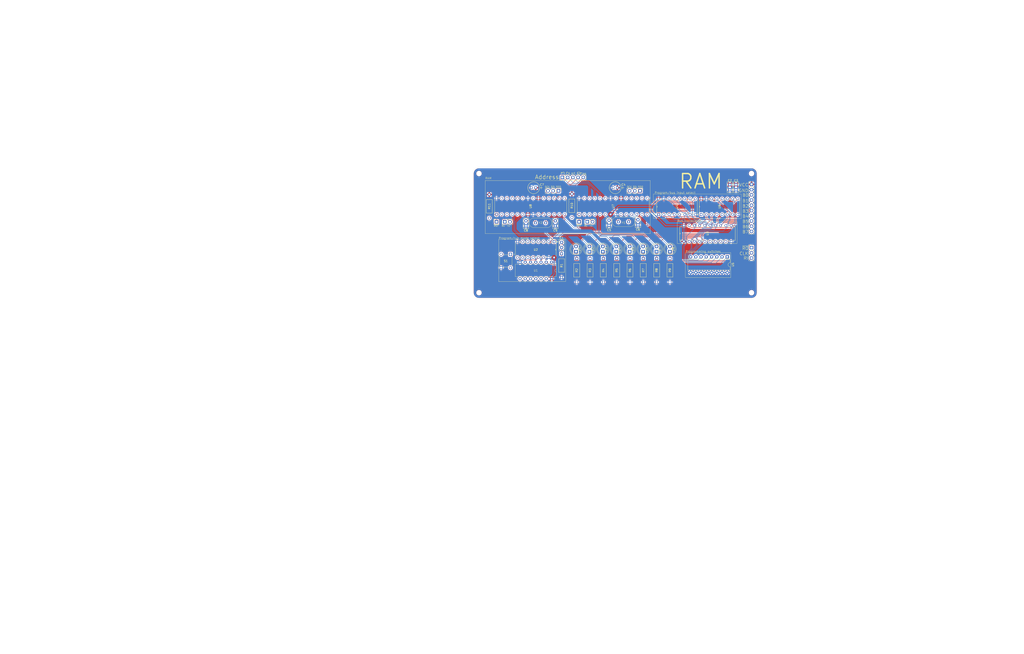
<source format=kicad_pcb>
(kicad_pcb (version 20240108) (generator "pcbnew") (generator_version "8.0")
  (layers (0 "F.Cu" signal) (31 "B.Cu" signal) (34 "B.Paste" user) (35 "F.Paste" user) (36 "B.SilkS" user "B.Silkscreen") (37 "F.SilkS" user "F.Silkscreen") (38 "B.Mask" user) (39 "F.Mask" user) (44 "Edge.Cuts" user))
  (net 0 "")
  (net 1 "/CLK")
  (net 2 "Net-(U1-1A)")
  (net 3 "+5V")
  (net 4 "GND")
  (net 5 "/AtmegaRamEmulatorA/XTAL1")
  (net 6 "/AtmegaRamEmulatorA/XTAL2")
  (net 7 "/AtmegaRamEmulatorB/XTAL1")
  (net 8 "/AtmegaRamEmulatorB/XTAL2")
  (net 9 "/Data out 7")
  (net 10 "Net-(D1-K)")
  (net 11 "/Data out 6")
  (net 12 "Net-(D2-K)")
  (net 13 "/Data out 5")
  (net 14 "Net-(D3-K)")
  (net 15 "/Data out 4")
  (net 16 "Net-(D4-K)")
  (net 17 "Net-(D5-K)")
  (net 18 "/Data out 3")
  (net 19 "Net-(D6-K)")
  (net 20 "/Data out 2")
  (net 21 "Net-(D7-K)")
  (net 22 "/Data out 1")
  (net 23 "Net-(D8-K)")
  (net 24 "/Data out 0")
  (net 25 "/AtmegaRamEmulatorA/Tx")
  (net 26 "/AtmegaRamEmulatorA/Rx")
  (net 27 "/AtmegaRamEmulatorB/Tx")
  (net 28 "/AtmegaRamEmulatorB/Rx")
  (net 29 "/A2")
  (net 30 "/A1")
  (net 31 "/A3")
  (net 32 "/A0")
  (net 33 "/~Read out")
  (net 34 "/Read in")
  (net 35 "/Program")
  (net 36 "/Bus 7")
  (net 37 "/Bus 6")
  (net 38 "/Bus 5")
  (net 39 "/Bus 3")
  (net 40 "/Bus 4")
  (net 41 "/Bus 0")
  (net 42 "/Bus 2")
  (net 43 "/Bus 1")
  (net 44 "Net-(U2-4A)")
  (net 52 "Net-(U1-1Y)")
  (net 58 "/AtmegaRamEmulatorA/~{WE}")
  (net 65 "/Prog 1")
  (net 66 "/Prog 2")
  (net 67 "/Data in 2")
  (net 68 "/Prog 3")
  (net 69 "/Data in 1")
  (net 70 "/Data in 3")
  (net 71 "/Prog 0")
  (net 72 "/Data in 0")
  (net 73 "/Prog 4")
  (net 74 "/Prog 6")
  (net 75 "/Prog 7")
  (net 76 "/Prog 5")
  (net 77 "/Data in 6")
  (net 78 "/Data in 4")
  (net 79 "/Data in 5")
  (net 80 "/Data in 7")
  (net 83 "/AtmegaRamEmulatorA/SDI")
  (net 84 "/AtmegaRamEmulatorA/SDO")
  (net 85 "/AtmegaRamEmulatorA/SCK")
  (net 86 "/AtmegaRamEmulatorB/SDO")
  (net 88 "/AtmegaRamEmulatorB/SDI")
  (net 90 "/AtmegaRamEmulatorB/SCK")
  (net 91 "/AtmegaRamEmulatorA/RST")
  (net 92 "/AtmegaRamEmulatorB/RST")
  (footprint "_DownloadFootprints:tactile_switch" (layer "F.Cu") (at 134 83.5 -90)
    (property "Reference" "S1")
    (property "Value" "B3U-1000P")
  )
  (footprint "Capacitor_THT:C_Disc_D5.0mm_W2.5mm_P2.50mm" (layer "F.Cu") (at 242.5 46.5 -90)
    (property "Reference" "C2")
    (property "Value" "0.1uF")
  )
  (footprint "8BitCPUFootprints:4x_and" (layer "F.Cu") (at 148.5 88.1 -90)
    (property "Reference" "U1")
    (property "Value" "~")
  )
  (footprint "_DownloadFootprints:2_to_1_selector" (layer "F.Cu") (at 246.39 53.38 90)
    (property "Reference" "U6")
    (property "Value" "CD74HCT258E")
  )
  (footprint "Connector_PinHeader_2.54mm:PinHeader_1x01_P2.54mm_Vertical" (layer "F.Cu") (at 129.5 64.5)
    (property "Reference" "J4" (hide yes))
    (property "Value" "Conn_01x01_Pin")
  )
  (footprint "Connector_PinHeader_2.54mm:PinHeader_1x02_P2.54mm_Vertical" (layer "F.Cu") (at 173.46 64.5 90)
    (property "Reference" "J1" (hide yes))
    (property "Value" "Conn_01x02_Pin")
  )
  (footprint "MountingHole:MountingHole_2.2mm_M2" (layer "F.Cu") (at 253 98.87868 -90)
    (property "Reference" "REF**" (hide yes))
    (property "Value" "MountingHole_2.2mm_M2")
  )
  (footprint "Capacitor_THT:C_Disc_D5.0mm_W2.5mm_P2.50mm" (layer "F.Cu") (at 184 63.75 -90)
    (property "Reference" "C5")
    (property "Value" "22pF")
  )
  (footprint "_DownloadFootprints:CF_series_Resistors_THT" (layer "F.Cu") (at 126 51.285 -90)
    (property "Reference" "R11")
    (property "Value" "10k")
  )
  (footprint "_DownloadFootprints:DIP787W46P254L3467H508Q28" (layer "F.Cu") (at 186 57 90)
    (property "Reference" "U7")
    (property "Value" "ATMEGA328-PU")
  )
  (footprint "MountingHole:MountingHole_2.2mm_M2" (layer "F.Cu") (at 121.000001 41.121321 90)
    (property "Reference" "REF**" (hide yes))
    (property "Value" "MountingHole_2.2mm_M2")
  )
  (footprint "_DownloadFootprints:CF_series_Resistors_THT" (layer "F.Cu") (at 161 80 -90)
    (property "Reference" "R1")
    (property "Value" "1k")
  )
  (footprint "Connector_PinHeader_2.54mm:PinHeader_1x03_P2.54mm_Vertical" (layer "F.Cu") (at 253 77)
    (property "Reference" "J8" (hide yes))
    (property "Value" "Conn_01x03_Pin")
  )
  (footprint "Capacitor_THT:C_Disc_D5.0mm_W2.5mm_P2.50mm" (layer "F.Cu") (at 158 66.5 90)
    (property "Reference" "C9")
    (property "Value" "22pF")
  )
  (footprint "Connector_PinHeader_2.54mm:PinHeader_1x01_P2.54mm_Vertical" (layer "F.Cu") (at 169.5 64.5)
    (property "Reference" "J2" (hide yes))
    (property "Value" "Conn_01x01_Pin")
  )
  (footprint "_DownloadFootprints:CF_series_Resistors_THT" (layer "F.Cu") (at 187.7 82.31 -90)
    (property "Reference" "R5")
    (property "Value" "220")
  )
  (footprint "_DownloadFootprints:CF_series_Resistors_THT" (layer "F.Cu") (at 194.15 82.31 -90)
    (property "Reference" "R6")
    (property "Value" "220")
  )
  (footprint "_DownloadFootprints:CF_series_Resistors_THT" (layer "F.Cu") (at 207.05 82.31 -90)
    (property "Reference" "R8")
    (property "Value" "220")
  )
  (footprint "Capacitor_THT:C_Disc_D5.0mm_W2.5mm_P2.50mm" (layer "F.Cu") (at 161 74.5 -90)
    (property "Reference" "C1")
    (property "Value" "0.01uF")
  )
  (footprint "Capacitor_THT:C_Disc_D5.0mm_W2.5mm_P2.50mm" (layer "F.Cu") (at 143.75 64 -90)
    (property "Reference" "C8")
    (property "Value" "22pF")
  )
  (footprint "_DownloadFootprints:2_to_1_selector" (layer "F.Cu") (at 225.78 53.38 90)
    (property "Reference" "U4")
    (property "Value" "CD74HCT258E")
  )
  (footprint "_DownloadFootprints:CF_series_Resistors_THT" (layer "F.Cu") (at 168.35 82.31 -90)
    (property "Reference" "R2")
    (property "Value" "220")
  )
  (footprint "Connector_PinHeader_2.54mm:PinHeader_1x10_P2.54mm_Vertical" (layer "F.Cu") (at 253 46.34)
    (property "Reference" "J9" (hide yes))
    (property "Value" "Conn_01x10_Pin")
  )
  (footprint "LED_THT:LED_D5.0mm" (layer "F.Cu") (at 174.5 79 90)
    (property "Reference" "D2")
    (property "Value" "LED")
  )
  (footprint "_DownloadFootprints:Cp_2mm_pin_spacing" (layer "F.Cu") (at 188 48 180)
    (property "Reference" "C4")
    (property "Value" "0.1uF")
  )
  (footprint "_DownloadFootprints:CF_series_Resistors_THT" (layer "F.Cu") (at 181.25 82.31 -90)
    (property "Reference" "R4")
    (property "Value" "220")
  )
  (footprint "8BitCPUFootprints:16MHzCrystalOscillator" (layer "F.Cu") (at 150.81 65 180)
    (property "Reference" "Y2")
    (property "Value" "16MHz")
  )
  (footprint "Capacitor_THT:C_Disc_D5.0mm_W2.5mm_P2.50mm" (layer "F.Cu") (at 245.5 46.5 -90)
    (property "Reference" "C3")
    (property "Value" "0.1uF")
  )
  (footprint "_DownloadFootprints:CF_series_Resistors_THT" (layer "F.Cu") (at 174.8 82.31 -90)
    (property "Reference" "R3")
    (property "Value" "220")
  )
  (footprint "LED_THT:LED_D5.0mm" (layer "F.Cu") (at 200.5 79 90)
    (property "Reference" "D6")
    (property "Value" "LED")
  )
  (footprint "_DownloadFootprints:2_to_1_selector" (layer "F.Cu") (at 139.61 81.81 -90)
    (property "Reference" "U2")
    (property "Value" "CD74HCT258E")
  )
  (footprint "_DownloadFootprints:CF_series_Resistors_THT" (layer "F.Cu") (at 166 51 -90)
    (property "Reference" "R10")
    (property "Value" "10k")
  )
  (footprint "Capacitor_THT:C_Disc_D5.0mm_W2.5mm_P2.50mm" (layer "F.Cu") (at 198 66 90)
    (property "Reference" "C6")
    (property "Value" "22pF")
  )
  (footprint "LED_THT:LED_D5.0mm" (layer "F.Cu") (at 213.5 79 90)
    (property "Reference" "D8")
    (property "Value" "LED")
  )
  (footprint "MountingHole:MountingHole_2.2mm_M2" (layer "F.Cu") (at 253 41.12132)
    (property "Reference" "REF**" (hide yes))
    (property "Value" "MountingHole_2.2mm_M2")
  )
  (footprint "_DownloadFootprints:DIP787W46P254L3467H508Q28" (layer "F.Cu") (at 146 57 90)
    (property "Reference" "U8")
    (property "Value" "ATMEGA328-PU")
  )
  (footprint "_DownloadFootprints:CF_series_Resistors_THT" (layer "F.Cu") (at 200.6 82.31 -90)
    (property "Reference" "R7")
    (property "Value" "220")
  )
  (footprint "8BitCPUFootprints:16MHzCrystalOscillator" (layer "F.Cu") (at 191 64.5 180)
    (property "Reference" "Y1")
    (property "Value" "16MHz")
  )
  (footprint "_DownloadFootprints:CF_series_Resistors_THT" (layer "F.Cu") (at 213.5 82.31 -90)
    (property "Reference" "R9")
    (property "Value" "220")
  )
  (footprint "LED_THT:LED_D5.0mm" (layer "F.Cu") (at 194 79 90)
    (property "Reference" "D5")
    (property "Value" "LED")
  )
  (footprint "_DownloadFootprints:Cp_2mm_pin_spacing" (layer "F.Cu") (at 148.5 48 180)
    (property "Reference" "C7")
    (property "Value" "0.1uF")
  )
  (footprint "MountingHole:MountingHole_2.2mm_M2" (layer "F.Cu") (at 121 98.87868 180)
    (property "Reference" "REF**" (hide yes))
    (property "Value" "MountingHole_2.2mm_M2")
  )
  (footprint "LED_THT:LED_D5.0mm" (layer "F.Cu") (at 187.5 79 90)
    (property "Reference" "D4")
    (property "Value" "LED")
  )
  (footprint "Package_DIP:DIP-16_W7.62mm" (layer "F.Cu") (at 241.28 81.5 -90)
    (property "Reference" "U5")
    (property "Value" "~")
  )
  (footprint "Connector_PinHeader_2.54mm:PinHeader_1x05_P2.54mm_Vertical" (layer "F.Cu") (at 161.38 43 90)
    (property "Reference" "J5" (hide yes))
    (property "Value" "Conn_01x05_Pin")
  )
  (footprint "LED_THT:LED_D5.0mm" (layer "F.Cu") (at 181 79 90)
    (property "Reference" "D3")
    (property "Value" "LED")
  )
  (footprint "Connector_PinHeader_2.54mm:PinHeader_1x03_P2.54mm_Vertical" (layer "F.Cu") (at 159.5 49.5 -90)
    (property "Reference" "J7" (hide yes))
    (property "Value" "Conn_01x03_Pin")
  )
  (footprint "LED_THT:LED_D5.0mm" (layer "F.Cu") (at 168 79 90)
    (property "Reference" "D1")
    (property "Value" "LED")
  )
  (footprint "_DownloadFootprints:8x_tristate_transceiver" (layer "F.Cu") (at 243.12 66.38 90)
    (property "Reference" "U3")
    (property "Value" "SN74HCT245N")
  )
  (footprint "Connector_PinHeader_2.54mm:PinHeader_1x03_P2.54mm_Vertical" (layer "F.Cu") (at 199 49.5 -90)
    (property "Reference" "J6" (hide yes))
    (property "Value" "Conn_01x03_Pin")
  )
  (footprint "LED_THT:LED_D5.0mm" (layer "F.Cu") (at 207 79 90)
    (property "Reference" "D7")
    (property "Value" "LED")
  )
  (footprint "Connector_PinHeader_2.54mm:PinHeader_1x02_P2.54mm_Vertical" (layer "F.Cu") (at 133.5 64.5 90)
    (property "Reference" "J3" (hide yes))
    (property "Value" "Conn_01x02_Pin")
  )
  (gr_rect (start 130.5 73) (end 163 93.5) (stroke (width 0.1)) (fill none) (layer "F.SilkS"))
  (gr_rect (start 217 64.5) (end 246 75) (stroke (width 0.1)) (fill none) (layer "F.SilkS"))
  (gr_rect (start 124 44.5) (end 204 70.25) (stroke (width 0.1)) (fill none) (layer "F.SilkS"))
  (gr_rect (start 221 79.5) (end 243 91.5) (stroke (width 0.1)) (fill none) (layer "F.SilkS"))
  (gr_rect (start 205.5 51) (end 248 63) (stroke (width 0.1)) (fill none) (layer "F.SilkS"))
  (gr_arc (start 121 101.87868) (mid 118.87868 101) (end 118 98.87868) (stroke (width 0.05)) (layer "Edge.Cuts"))
  (gr_arc (start 256 98.87868) (mid 255.12132 101) (end 253 101.87868) (stroke (width 0.05)) (layer "Edge.Cuts"))
  (gr_line (start 256 41.12132) (end 256 98.87868) (stroke (width 0.05)) (layer "Edge.Cuts"))
  (gr_line (start 121 38.12132) (end 253 38.12132) (stroke (width 0.05)) (layer "Edge.Cuts"))
  (gr_arc (start 253 38.12132) (mid 255.12132 39) (end 256 41.12132) (stroke (width 0.05)) (layer "Edge.Cuts"))
  (gr_arc (start 118 41.12132) (mid 118.87868 39) (end 121 38.12132) (stroke (width 0.05)) (layer "Edge.Cuts"))
  (gr_line (start 118 41.12132) (end 118 98.87868) (stroke (width 0.05)) (layer "Edge.Cuts"))
  (gr_line (start 253 101.87868) (end 121 101.87868) (stroke (width 0.05)) (layer "Edge.Cuts"))
  (gr_text "SCK" (at 192.59 48 0) (layer "F.SilkS") (effects (font (size 0.8 0.8) (thickness 0.1)) (justify left bottom)))
  (gr_text "RAM" (at 124 44 0) (layer "F.SilkS") (effects (font (size 1 1) (thickness 0.1)) (justify left bottom)))
  (gr_text "SDI" (at 155.73 48 0) (layer "F.SilkS") (effects (font (size 0.8 0.8) (thickness 0.1)) (justify left bottom)))
  (gr_text "B5" (at 248.5 65.25 0) (layer "F.SilkS") (effects (font (size 1.5 1.5)) (justify left bottom)))
  (gr_text "Rx" (at 133.5 67 0) (layer "F.SilkS") (effects (font (size 0.8 0.8) (thickness 0.1)) (justify right bottom)))
  (gr_text "GND" (at 246.75 50.25 0) (layer "F.SilkS") (effects (font (size 1.5 1.5)) (justify left bottom)))
  (gr_text "SCK" (at 152.82 48 0) (layer "F.SilkS") (effects (font (size 0.8 0.8) (thickness 0.1)) (justify left bottom)))
  (gr_text "1" (at 167.5 41.67 90) (layer "F.SilkS") (effects (font (size 1.5 1.5)) (justify left bottom)))
  (gr_text "B2" (at 248.5 57.75 0) (layer "F.SilkS") (effects (font (size 1.5 1.5)) (justify left bottom)))
  (gr_text "CLK" (at 251.5 79 0) (layer "F.SilkS") (effects (font (size 1.5 1.5)) (justify right top)))
  (gr_text "VCC" (at 247 47.5 0) (layer "F.SilkS") (effects (font (size 1.5 1.5)) (justify left bottom)))
  (gr_text "Address" (at 148 44 0) (layer "F.SilkS") (effects (font (size 2 2) (thickness 0.2)) (justify left bottom)))
  (gr_text "B4" (at 248.5 62.75 0) (layer "F.SilkS") (effects (font (size 1.5 1.5)) (justify left bottom)))
  (gr_text "2" (at 165 41.67 90) (layer "F.SilkS") (effects (font (size 1.5 1.5)) (justify left bottom)))
  (gr_text "B0" (at 248.5 52.5 0) (layer "F.SilkS") (effects (font (size 1.5 1.5)) (justify left bottom)))
  (gr_text "Rx" (at 173.5 67 0) (layer "F.SilkS") (effects (font (size 0.8 0.8) (thickness 0.1)) (justify right bottom)))
  (gr_text "B6" (at 248.5 67.75 0) (layer "F.SilkS") (effects (font (size 1.5 1.5)) (justify left bottom)))
  (gr_text "B7" (at 248.5 70.25 0) (layer "F.SilkS") (effects (font (size 1.5 1.5)) (justify left bottom)))
  (gr_text "RST" (at 170.5 67 0) (layer "F.SilkS") (effects (font (size 0.8 0.8) (thickness 0.1)) (justify right bottom)))
  (gr_text "Program/bus input select" (at 206 51 0) (layer "F.SilkS") (effects (font (size 1 1) (thickness 0.1)) (justify left bottom)))
  (gr_text "Bus transciever" (at 217 64.5 0) (layer "F.SilkS") (effects (font (size 1 1) (thickness 0.1)) (justify left bottom)))
  (gr_text "RST" (at 130.5 67 0) (layer "F.SilkS") (effects (font (size 0.8 0.8) (thickness 0.1)) (justify right bottom)))
  (gr_text "RAM" (at 217.5 49 0) (layer "F.SilkS") (effects (font (size 7 7) (thickness 0.7)) (justify left bottom)))
  (gr_text "0" (at 170.25 41.67 90) (layer "F.SilkS") (effects (font (size 1.5 1.5)) (justify left bottom)))
  (gr_text "Prog" (at 173 41.5 0) (layer "F.SilkS") (effects (font (size 0.8 0.8) (thickness 0.1)) (justify right bottom)))
  (gr_text "SDI" (at 195.5 48 0) (layer "F.SilkS") (effects (font (size 0.8 0.8) (thickness 0.1)) (justify left bottom)))
  (gr_text "Tx" (at 176 67 0) (layer "F.SilkS") (effects (font (size 0.8 0.8) (thickness 0.1)) (justify right bottom)))
  (gr_text "SDO" (at 158.23 48 0) (layer "F.SilkS") (effects (font (size 0.8 0.8) (thickness 0.1)) (justify left bottom)))
  (gr_text "B1" (at 248.5 55.25 0) (layer "F.SilkS") (effects (font (size 1.5 1.5)) (justify left bottom)))
  (gr_text "Tx" (at 136 67 0) (layer "F.SilkS") (effects (font (size 0.8 0.8) (thickness 0.1)) (justify right bottom)))
  (gr_text "B3" (at 248.5 60.25 0) (layer "F.SilkS") (effects (font (size 1.5 1.5)) (justify left bottom)))
  (gr_text "Program/run mode select" (at 130.5 73 0) (layer "F.SilkS") (effects (font (size 1 1) (thickness 0.1)) (justify left bottom)))
  (gr_text "RI" (at 251.5 83 0) (layer "F.SilkS") (effects (font (size 1.5 1.5) (thickness 0.15) (bold yes)) (justify right bottom)))
  (gr_text "SDO" (at 198 48 0) (layer "F.SilkS") (effects (font (size 0.8 0.8) (thickness 0.1)) (justify left bottom)))
  (gr_text "Programming switches" (at 221 79.5 0) (layer "F.SilkS") (effects (font (size 1 1) (thickness 0.1)) (justify left bottom)))
  (gr_text "3" (at 162.5 41.67 90) (layer "F.SilkS") (effects (font (size 1.5 1.5)) (justify left bottom)))
  (gr_text "~{RO}" (at 251.67 78.27 0) (layer "F.SilkS") (effects (font (size 1.5 1.5)) (justify right bottom)))
  (segment (start 242.6915 83.3085) (end 245.5 80.5) (width 0.2) (layer "F.Cu") (net 1))
  (segment (start 167.3515 83.3085) (end 242.6915 83.3085) (width 0.2) (layer "F.Cu") (net 1))
  (segment (start 162.5 76.5) (end 162.5 78.457) (width 0.2) (layer "F.Cu") (net 1))
  (segment (start 252.04 80.5) (end 253 79.54) (width 0.2) (layer "F.Cu") (net 1))
  (segment (start 161 75) (end 162.5 76.5) (width 0.2) (layer "F.Cu") (net 1))
  (segment (start 162.5 78.457) (end 167.3515 83.3085) (width 0.2) (layer "F.Cu") (net 1))
  (segment (start 245.5 80.5) (end 252.04 80.5) (width 0.2) (layer "F.Cu") (net 1))
  (segment (start 161 81.5) (end 161 80) (width 0.2) (layer "F.Cu") (net 2))
  (segment (start 156.12 84.1) (end 156.12 84.75) (width 0.2) (layer "F.Cu") (net 2))
  (segment (start 158.4 84.1) (end 161 81.5) (width 0.2) (layer "F.Cu") (net 2))
  (segment (start 156.12 84.1) (end 158.4 84.1) (width 0.2) (layer "F.Cu") (net 2))
  (segment (start 161 80) (end 161 77) (width 0.2) (layer "F.Cu") (net 2))
  (segment (start 211.38 66.38) (end 204.38 59.38) (width 0.5) (layer "B.Cu") (net 3))
  (segment (start 204.38 59.38) (end 204.38 57) (width 0.5) (layer "B.Cu") (net 3))
  (segment (start 157.39 89.98) (end 156.12 91.25) (width 0.5) (layer "B.Cu") (net 3))
  (segment (start 220.26 66.38) (end 211.38 66.38) (width 0.5) (layer "B.Cu") (net 3))
  (segment (start 188.667 57) (end 204.38 57) (width 0.5) (layer "B.Cu") (net 3))
  (segment (start 220.26 66.38) (end 220.26 74) (width 0.5) (layer "B.Cu") (net 3))
  (segment (start 184.73 60.937) (end 188.667 57) (width 0.5) (layer "B.Cu") (net 3))
  (segment (start 204.38 57) (end 208 53.38) (width 0.5) (layer "B.Cu") (net 3))
  (segment (start 157.39 81.81) (end 157.39 89.98) (width 0.5) (layer "B.Cu") (net 3))
  (segment (start 188.56 62.187) (end 189.81 60.937) (width 0.2) (layer "F.Cu") (net 5))
  (segment (start 187.81 63.75) (end 188.56 64.5) (width 0.2) (layer "F.Cu") (net 5))
  (segment (start 188.56 64.5) (end 188.56 62.187) (width 0.2) (layer "F.Cu") (net 5))
  (segment (start 184 63.75) (end 187.81 63.75) (width 0.2) (layer "F.Cu") (net 5))
  (segment (start 193.44 62.027) (end 193.44 64.5) (width 0.2) (layer "F.Cu") (net 6))
  (segment (start 194.44 63.5) (end 193.44 64.5) (width 0.2) (layer "F.Cu") (net 6))
  (segment (start 198 63.5) (end 194.44 63.5) (width 0.2) (layer "F.Cu") (net 6))
  (segment (start 192.35 60.937) (end 193.44 62.027) (width 0.2) (layer "F.Cu") (net 6))
  (segment (start 148.37 62.377) (end 149.81 60.937) (width 0.2) (layer "F.Cu") (net 7))
  (segment (start 148.37 65) (end 148.37 62.377) (width 0.2) (layer "F.Cu") (net 7))
  (segment (start 143.75 64) (end 147.37 64) (width 0.2) (layer "F.Cu") (net 7))
  (segment (start 147.37 64) (end 148.37 65) (width 0.2) (layer "F.Cu") (net 7))
  (segment (start 154.25 64) (end 153.25 65) (width 0.2) (layer "F.Cu") (net 8))
  (segment (start 153.25 65) (end 153.25 61.837) (width 0.2) (layer "F.Cu") (net 8))
  (segment (start 158 64) (end 154.25 64) (width 0.2) (layer "F.Cu") (net 8))
  (segment (start 153.25 61.837) (end 152.35 60.937) (width 0.2) (layer "F.Cu") (net 8))
  (segment (start 236.78 70.2) (end 240.58 74) (width 0.2) (layer "F.Cu") (net 9))
  (segment (start 168.04 76.46) (end 174.3 70.2) (width 0.2) (layer "F.Cu") (net 9))
  (segment (start 174.3 70.2) (end 236.78 70.2) (width 0.2) (layer "F.Cu") (net 9))
  (segment (start 168 76.46) (end 168.04 76.46) (width 0.2) (layer "F.Cu") (net 9))
  (segment (start 168 76.42) (end 162.88 71.3) (width 0.2) (layer "B.Cu") (net 9))
  (segment (start 140.3 71.3) (end 137.735 68.735) (width 0.2) (layer "B.Cu") (net 9))
  (segment (start 137.735 68.735) (end 137.735 61.562) (width 0.2) (layer "B.Cu") (net 9))
  (segment (start 137.735 61.562) (end 137.11 60.937) (width 0.2) (layer "B.Cu") (net 9))
  (segment (start 168 76.46) (end 168 76.42) (width 0.2) (layer "B.Cu") (net 9))
  (segment (start 162.88 71.3) (end 140.3 71.3) (width 0.2) (layer "B.Cu") (net 9))
  (segment (start 168.35 79.31) (end 168.35 82.31) (width 0.2) (layer "F.Cu") (net 10))
  (segment (start 174.5 76.46) (end 174.54 76.46) (width 0.2) (layer "F.Cu") (net 11))
  (segment (start 234.64 70.6) (end 238.04 74) (width 0.2) (layer "F.Cu") (net 11))
  (segment (start 180.4 70.6) (end 234.64 70.6) (width 0.2) (layer "F.Cu") (net 11))
  (segment (start 174.54 76.46) (end 180.4 70.6) (width 0.2) (layer "F.Cu") (net 11))
  (segment (start 140.465686 70.9) (end 168.93 70.9) (width 0.2) (layer "B.Cu") (net 11))
  (segment (start 138.135 62.452) (end 138.135 68.569314) (width 0.2) (layer "B.Cu") (net 11))
  (segment (start 139.65 60.937) (end 138.135 62.452) (width 0.2) (layer "B.Cu") (net 11))
  (segment (start 168.93 70.9) (end 174.49 76.46) (width 0.2) (layer "B.Cu") (net 11))
  (segment (start 138.135 68.569314) (end 140.465686 70.9) (width 0.2) (layer "B.Cu") (net 11))
  (segment (start 174.49 76.46) (end 174.5 76.46) (width 0.2) (layer "B.Cu") (net 11))
  (segment (start 174.8 79.31) (end 174.8 82.31) (width 0.2) (layer "F.Cu") (net 12))
  (segment (start 232.5 71) (end 235.5 74) (width 0.2) (layer "F.Cu") (net 13))
  (segment (start 181.04 76.46) (end 186.5 71) (width 0.2) (layer "F.Cu") (net 13))
  (segment (start 186.5 71) (end 232.5 71) (width 0.2) (layer "F.Cu") (net 13))
  (segment (start 181 76.46) (end 181.04 76.46) (width 0.2) (layer "F.Cu") (net 13))
  (segment (start 138.535 68.403628) (end 140.631372 70.5) (width 0.2) (layer "B.Cu") (net 13))
  (segment (start 174.98 70.5) (end 180.94 76.46) (width 0.2) (layer "B.Cu") (net 13))
  (segment (start 180.94 76.46) (end 181 76.46) (width 0.2) (layer "B.Cu") (net 13))
  (segment (start 142.19 60.937) (end 138.535 64.592) (width 0.2) (layer "B.Cu") (net 13))
  (segment (start 140.631372 70.5) (end 174.98 70.5) (width 0.2) (layer "B.Cu") (net 13))
  (segment (start 138.535 64.592) (end 138.535 68.403628) (width 0.2) (layer "B.Cu") (net 13))
  (segment (start 181.25 79.31) (end 181.25 82.31) (width 0.2) (layer "F.Cu") (net 14))
  (segment (start 230.36 71.4) (end 232.96 74) (width 0.2) (layer "F.Cu") (net 15))
  (segment (start 187.54 76.46) (end 192.6 71.4) (width 0.2) (layer "F.Cu") (net 15))
  (segment (start 192.6 71.4) (end 230.36 71.4) (width 0.2) (layer "F.Cu") (net 15))
  (segment (start 187.5 76.46) (end 187.54 76.46) (width 0.2) (layer "F.Cu") (net 15))
  (segment (start 182.74 71.7) (end 180.002942 71.7) (width 0.2) (layer "B.Cu") (net 15))
  (segment (start 167 67.5) (end 161.362 61.862) (width 0.2) (layer "B.Cu") (net 15))
  (segment (start 161.362 61.862) (end 155.815 61.862) (width 0.2) (layer "B.Cu") (net 15))
  (segment (start 155.815 61.862) (end 154.89 60.937) (width 0.2) (layer "B.Cu") (net 15))
  (segment (start 187.5 76.46) (end 182.74 71.7) (width 0.2) (layer "B.Cu") (net 15))
  (segment (start 180.002942 71.7) (end 175.802942 67.5) (width 0.2) (layer "B.Cu") (net 15))
  (segment (start 175.802942 67.5) (end 167 67.5) (width 0.2) (layer "B.Cu") (net 15))
  (segment (start 187.7 79.31) (end 187.7 82.31) (width 0.2) (layer "F.Cu") (net 16))
  (segment (start 194.15 79.31) (end 194.15 82.31) (width 0.2) (layer "F.Cu") (net 17))
  (segment (start 194 76) (end 198.2 71.8) (width 0.2) (layer "F.Cu") (net 18))
  (segment (start 228.22 71.8) (end 230.42 74) (width 0.2) (layer "F.Cu") (net 18))
  (segment (start 198.2 71.8) (end 228.22 71.8) (width 0.2) (layer "F.Cu") (net 18))
  (segment (start 194 76.46) (end 194 76) (width 0.2) (layer "F.Cu") (net 18))
  (segment (start 178.7 69.831372) (end 178.7 62.527) (width 0.2) (layer "B.Cu") (net 18))
  (segment (start 194 76.46) (end 188.84 71.3) (width 0.2) (layer "B.Cu") (net 18))
  (segment (start 188.84 71.3) (end 180.168628 71.3) (width 0.2) (layer "B.Cu") (net 18))
  (segment (start 178.7 62.527) (end 177.11 60.937) (width 0.2) (layer "B.Cu") (net 18))
  (segment (start 180.168628 71.3) (end 178.7 69.831372) (width 0.2) (layer "B.Cu") (net 18))
  (segment (start 200.6 79.31) (end 200.6 82.31) (width 0.2) (layer "F.Cu") (net 19))
  (segment (start 200.5 76.46) (end 200.54 76.46) (width 0.2) (layer "F.Cu") (net 20))
  (segment (start 204.8 72.2) (end 226.08 72.2) (width 0.2) (layer "F.Cu") (net 20))
  (segment (start 226.08 72.2) (end 227.88 74) (width 0.2) (layer "F.Cu") (net 20))
  (segment (start 200.54 76.46) (end 204.8 72.2) (width 0.2) (layer "F.Cu") (net 20))
  (segment (start 179.1 69.665686) (end 180.334314 70.9) (width 0.2) (layer "B.Cu") (net 20))
  (segment (start 179.1 61.487) (end 179.1 69.665686) (width 0.2) (layer "B.Cu") (net 20))
  (segment (start 179.65 60.937) (end 179.1 61.487) (width 0.2) (layer "B.Cu") (net 20))
  (segment (start 194.94 70.9) (end 200.5 76.46) (width 0.2) (layer "B.Cu") (net 20))
  (segment (start 180.334314 70.9) (end 194.94 70.9) (width 0.2) (layer "B.Cu") (net 20))
  (segment (start 207.05 79.31) (end 207.05 82.31) (width 0.2) (layer "F.Cu") (net 21))
  (segment (start 207 76.46) (end 207 76) (width 0.2) (layer "F.Cu") (net 22))
  (segment (start 207 76) (end 210.4 72.6) (width 0.2) (layer "F.Cu") (net 22))
  (segment (start 210.4 72.6) (end 223.94 72.6) (width 0.2) (layer "F.Cu") (net 22))
  (segment (start 223.94 72.6) (end 225.34 74) (width 0.2) (layer "F.Cu") (net 22))
  (segment (start 179.5 63.627) (end 179.5 69.5) (width 0.2) (layer "B.Cu") (net 22))
  (segment (start 180.5 70.5) (end 200.78 70.5) (width 0.2) (layer "B.Cu") (net 22))
  (segment (start 179.5 69.5) (end 180.5 70.5) (width 0.2) (layer "B.Cu") (net 22))
  (segment (start 182.19 60.937) (end 179.5 63.627) (width 0.2) (layer "B.Cu") (net 22))
  (segment (start 206.74 76.46) (end 207 76.46) (width 0.2) (layer "B.Cu") (net 22))
  (segment (start 200.78 70.5) (end 206.74 76.46) (width 0.2) (layer "B.Cu") (net 22))
  (segment (start 213.5 79) (end 213.5 82.31) (width 0.2) (layer "F.Cu") (net 23))
  (segment (start 221.8 73) (end 222.8 74) (width 0.2) (layer "F.Cu") (net 24))
  (segment (start 213.5 76) (end 216.5 73) (width 0.2) (layer "F.Cu") (net 24))
  (segment (start 216.5 73) (end 221.8 73) (width 0.2) (layer "F.Cu") (net 24))
  (segment (start 213.5 76.46) (end 213.5 76) (width 0.2) (layer "F.Cu") (net 24))
  (segment (start 198.592 61.862) (end 195.815 61.862) (width 0.2) (layer "B.Cu") (net 24))
  (segment (start 195.815 61.862) (end 194.89 60.937) (width 0.2) (layer "B.Cu") (net 24))
  (segment (start 213.19 76.46) (end 198.592 61.862) (width 0.2) (layer "B.Cu") (net 24))
  (segment (start 213.5 76.46) (end 213.19 76.46) (width 0.2) (layer "B.Cu") (net 24))
  (segment (start 174.57 63.07) (end 176 64.5) (width 0.2) (layer "F.Cu") (net 25))
  (segment (start 174.57 60.937) (end 174.57 63.07) (width 0.2) (layer "F.Cu") (net 25))
  (segment (start 172.03 63.07) (end 173.46 64.5) (width 0.2) (layer "F.Cu") (net 26))
  (segment (start 172.03 60.937) (end 172.03 63.07) (width 0.2) (layer "F.Cu") (net 26))
  (segment (start 134.57 60.937) (end 134.57 63.03) (width 0.2) (layer "F.Cu") (net 27))
  (segment (start 134.57 63.03) (end 136.04 64.5) (width 0.2) (layer "F.Cu") (net 27))
  (segment (start 132.03 60.937) (end 132.03 63.03) (width 0.2) (layer "F.Cu") (net 28))
  (segment (start 132.03 63.03) (end 133.5 64.5) (width 0.2) (layer "F.Cu") (net 28))
  (segment (start 137.11 53.063) (end 137.11 51.088686) (width 0.2) (layer "F.Cu") (net 29))
  (segment (start 137.11 51.088686) (end 142.598686 45.6) (width 0.2) (layer "F.Cu") (net 29))
  (segment (start 161.4 45.6) (end 160 45.6) (width 0.2) (layer "F.Cu") (net 29))
  (segment (start 164 43) (end 161.4 45.6) (width 0.2) (layer "F.Cu") (net 29))
  (segment (start 142.598686 45.6) (end 160 45.6) (width 0.2) (layer "F.Cu") (net 29))
  (segment (start 166.8 45.8) (end 167 45.8) (width 0.2) (layer "B.Cu") (net 29))
  (segment (start 164 43) (end 166.8 45.8) (width 0.2) (layer "B.Cu") (net 29))
  (segment (start 177.11 53.063) (end 177.11 49.114372) (width 0.2) (layer "B.Cu") (net 29))
  (segment (start 173.795628 45.8) (end 167 45.8) (width 0.2) (layer "B.Cu") (net 29))
  (segment (start 177.11 49.114372) (end 173.795628 45.8) (width 0.2) (layer "B.Cu") (net 29))
  (segment (start 142.764372 46) (end 163 46) (width 0.2) (layer "F.Cu") (net 30))
  (segment (start 163.54 46) (end 163 46) (width 0.2) (layer "F.Cu") (net 30))
  (segment (start 139.65 53.063) (end 139.65 49.114372) (width 0.2) (layer "F.Cu") (net 30))
  (segment (start 166.54 43) (end 163.54 46) (width 0.2) (layer "F.Cu") (net 30))
  (segment (start 139.65 49.114372) (end 142.764372 46) (width 0.2) (layer "F.Cu") (net 30))
  (segment (start 168.94 45.4) (end 170 45.4) (width 0.2) (layer "B.Cu") (net 30))
  (segment (start 173.961314 45.4) (end 170 45.4) (width 0.2) (layer "B.Cu") (net 30))
  (segment (start 179.65 53.063) (end 179.65 51.088686) (width 0.2) (layer "B.Cu") (net 30))
  (segment (start 179.65 51.088686) (end 173.961314 45.4) (width 0.2) (layer "B.Cu") (net 30))
  (segment (start 166.54 43) (end 168.94 45.4) (width 0.2) (layer "B.Cu") (net 30))
  (segment (start 159.26 45.2) (end 159 45.2) (width 0.2) (layer "F.Cu") (net 31))
  (segment (start 134.57 53.063) (end 142.433 45.2) (width 0.2) (layer "F.Cu") (net 31))
  (segment (start 161.46 43) (end 159.26 45.2) (width 0.2) (layer "F.Cu") (net 31))
  (segment (start 142.433 45.2) (end 159 45.2) (width 0.2) (layer "F.Cu") (net 31))
  (segment (start 174.57 47.140058) (end 174.57 53.063) (width 0.2) (layer "B.Cu") (net 31))
  (segment (start 173.629942 46.2) (end 174.57 47.140058) (width 0.2) (layer "B.Cu") (net 31))
  (segment (start 161.46 43) (end 164.66 46.2) (width 0.2) (layer "B.Cu") (net 31))
  (segment (start 164.66 46.2) (end 173.629942 46.2) (width 0.2) (layer "B.Cu") (net 31))
  (segment (start 142.19 53.063) (end 142.19 47.140058) (width 0.2) (layer "F.Cu") (net 32))
  (segment (start 169.08 43) (end 165.68 46.4) (width 0.2) (layer "F.Cu") (net 32))
  (segment (start 165.68 46.4) (end 165 46.4) (width 0.2) (layer "F.Cu") (net 32))
  (segment (start 142.930058 46.4) (end 165 46.4) (width 0.2) (layer "F.Cu") (net 32))
  (segment (start 142.19 47.140058) (end 142.930058 46.4) (width 0.2) (layer "F.Cu") (net 32))
  (segment (start 174.127 45) (end 182.19 53.063) (width 0.2) (layer "B.Cu") (net 32))
  (segment (start 172 45) (end 174.127 45) (width 0.2) (layer "B.Cu") (net 32))
  (segment (start 171.08 45) (end 172 45) (width 0.2) (layer "B.Cu") (net 32))
  (segment (start 169.08 43) (end 171.08 45) (width 0.2) (layer "B.Cu") (net 32))
  (segment (start 223.7477 67.3277) (end 222.8 66.38) (width 0.2) (layer "F.Cu") (net 33))
  (segment (start 253 77) (end 243.3277 67.3277) (width 0.2) (layer "F.Cu") (net 33))
  (segment (start 243.3277 67.3277) (end 223.7477 67.3277) (width 0.2) (layer "F.Cu") (net 33))
  (segment (start 251.3715 83.7085) (end 253 82.08) (width 0.2) (layer "F.Cu") (net 34))
  (segment (start 252.92 82) (end 253 82.08) (width 0.2) (layer "F.Cu") (net 34))
  (segment (start 165.732314 85.162) (end 167.185814 83.7085) (width 0.2) (layer "F.Cu") (net 34))
  (segment (start 153.58 84.1) (end 154.642 85.162) (width 0.2) (layer "F.Cu") (net 34))
  (segment (start 154.642 85.162) (end 165.732314 85.162) (width 0.2) (layer "F.Cu") (net 34))
  (segment (start 167.185814 83.7085) (end 251.3715 83.7085) (width 0.2) (layer "F.Cu") (net 34))
  (segment (start 171.54 43) (end 167.74 46.8) (width 0.2) (layer "F.Cu") (net 35))
  (segment (start 199.265686 69.8) (end 161.78 69.8) (width 0.2) (layer "F.Cu") (net 35))
  (segment (start 158.5 53.478852) (end 151 60.978852) (width 0.2) (layer "F.Cu") (net 35))
  (segment (start 209 62) (end 227.61 62) (width 0.2) (layer "F.Cu") (net 35))
  (segment (start 208 61) (end 209 62) (width 0.2) (layer "F.Cu") (net 35))
  (segment (start 227.61 62) (end 228.61 61) (width 0.2) (layer "F.Cu") (net 35))
  (segment (start 151 60.978852) (end 151 67.5) (width 0.2) (layer "F.Cu") (net 35))
  (segment (start 208 61.065686) (end 199.265686 69.8) (width 0.2) (layer "F.Cu") (net 35))
  (segment (start 151 67.5) (end 156 72.5) (width 0.2) (layer "F.Cu") (net 35))
  (segment (start 161.78 69.8) (end 157.39 74.19) (width 0.2) (layer "F.Cu") (net 35))
  (segment (start 167.74 46.8) (end 164.924852 46.8) (width 0.2) (layer "F.Cu") (net 35))
  (segment (start 164.924852 46.8) (end 158.5 53.224852) (width 0.2) (layer "F.Cu") (net 35))
  (segment (start 158.5 53.224852) (end 158.5 53.478852) (width 0.2) (layer "F.Cu") (net 35))
  (segment (start 208 61) (end 208 61.065686) (width 0.2) (layer "F.Cu") (net 35))
  (via (at 156 72.5) (size 0.6) (drill 0.3) (layers "F.Cu" "B.Cu") (net 35))
  (segment (start 157.39 73.89) (end 157.39 74.19) (width 0.2) (layer "B.Cu") (net 35))
  (segment (start 156 72.5) (end 157.39 73.89) (width 0.2) (layer "B.Cu") (net 35))
  (segment (start 243.12 66.38) (end 250.18 66.38) (width 0.2) (layer "F.Cu") (net 36))
  (segment (start 250.18 66.38) (end 253 69.2) (width 0.2) (layer "F.Cu") (net 36))
  (segment (start 244.232014 54.3277) (end 242.2577 54.3277) (width 0.2) (layer "B.Cu") (net 36))
  (segment (start 242.2577 54.3277) (end 241.31 53.38) (width 0.2) (layer "B.Cu") (net 36))
  (segment (start 243.12 66.38) (end 244.7977 64.7023) (width 0.2) (layer "B.Cu") (net 36))
  (segment (start 244.7977 54.893386) (end 244.232014 54.3277) (width 0.2) (layer "B.Cu") (net 36))
  (segment (start 244.7977 64.7023) (end 244.7977 54.893386) (width 0.2) (layer "B.Cu") (net 36))
  (segment (start 241.5277 65.4323) (end 251.7723 65.4323) (width 0.2) (layer "F.Cu") (net 37))
  (segment (start 240.58 66.38) (end 241.5277 65.4323) (width 0.2) (layer "F.Cu") (net 37))
  (segment (start 251.7723 65.4323) (end 253 66.66) (width 0.2) (layer "F.Cu") (net 37))
  (segment (start 234.6377 54.3277) (end 236.612014 54.3277) (width 0.2) (layer "B.Cu") (net 37))
  (segment (start 236.612014 54.3277) (end 242.2577 59.973386) (width 0.2) (layer "B.Cu") (net 37))
  (segment (start 241.6 65.36) (end 240.58 66.38) (width 0.2) (layer "B.Cu") (net 37))
  (segment (start 233.69 53.38) (end 234.6377 54.3277) (width 0.2) (layer "B.Cu") (net 37))
  (segment (start 242.2577 63.676614) (end 241.6 64.334314) (width 0.2) (layer "B.Cu") (net 37))
  (segment (start 241.6 64.334314) (end 241.6 65.36) (width 0.2) (layer "B.Cu") (net 37))
  (segment (start 242.2577 59.973386) (end 242.2577 63.676614) (width 0.2) (layer "B.Cu") (net 37))
  (segment (start 239.3877 65.0323) (end 252.0877 65.0323) (width 0.2) (layer "F.Cu") (net 38))
  (segment (start 238.04 66.38) (end 239.3877 65.0323) (width 0.2) (layer "F.Cu") (net 38))
  (segment (start 252.0877 65.0323) (end 253 64.12) (width 0.2) (layer "F.Cu") (net 38))
  (segment (start 241.31 63.04) (end 241.31 61) (width 0.2) (layer "B.Cu") (net 38))
  (segment (start 238.04 66.31) (end 241.31 63.04) (width 0.2) (layer "B.Cu") (net 38))
  (segment (start 238.04 66.38) (end 238.04 66.31) (width 0.2) (layer "B.Cu") (net 38))
  (segment (start 247.8077 64.2323) (end 253 59.04) (width 0.2) (layer "F.Cu") (net 39))
  (segment (start 235.1077 64.2323) (end 247.8077 64.2323) (width 0.2) (layer "F.Cu") (net 39))
  (segment (start 232.96 66.38) (end 235.1077 64.2323) (width 0.2) (layer "F.Cu") (net 39))
  (segment (start 230.578237 64.6323) (end 228.329358 64.6323) (width 0.2) (layer "B.Cu") (net 39))
  (segment (start 232.325937 66.38) (end 230.578237 64.6323) (width 0.2) (layer "B.Cu") (net 39))
  (segment (start 232.96 66.38) (end 232.325937 66.38) (width 0.2) (layer "B.Cu") (net 39))
  (segment (start 226.997058 63.3) (end 225.3 63.3) (width 0.2) (layer "B.Cu") (net 39))
  (segment (start 224.1877 62.1877) (end 224.1877 56.8677) (width 0.2) (layer "B.Cu") (net 39))
  (segment (start 225.3 63.3) (end 224.1877 62.1877) (width 0.2) (layer "B.Cu") (net 39))
  (segment (start 224.1877 56.8677) (end 220.7 53.38) (width 0.2) (layer "B.Cu") (net 39))
  (segment (start 228.329358 64.6323) (end 226.997058 63.3) (width 0.2) (layer "B.Cu") (net 39))
  (segment (start 235.5 66.38) (end 237.2477 64.6323) (width 0.2) (layer "F.Cu") (net 40))
  (segment (start 237.2477 64.6323) (end 249.9477 64.6323) (width 0.2) (layer "F.Cu") (net 40))
  (segment (start 249.9477 64.6323) (end 253 61.58) (width 0.2) (layer "F.Cu") (net 40))
  (segment (start 235.5 66.38) (end 235.431623 66.38) (width 0.2) (layer "B.Cu") (net 40))
  (segment (start 233.69 64.638377) (end 233.69 61) (width 0.2) (layer "B.Cu") (net 40))
  (segment (start 235.431623 66.38) (end 233.69 64.638377) (width 0.2) (layer "B.Cu") (net 40))
  (segment (start 247.310642 63.0323) (end 251.05 59.292942) (width 0.2) (layer "F.Cu") (net 41))
  (segment (start 251.05 53.37) (end 253 51.42) (width 0.2) (layer "F.Cu") (net 41))
  (segment (start 228.6877 63.0323) (end 247.310642 63.0323) (width 0.2) (layer "F.Cu") (net 41))
  (segment (start 225.34 66.38) (end 228.6877 63.0323) (width 0.2) (layer "F.Cu") (net 41))
  (segment (start 251.05 59.292942) (end 251.05 53.37) (width 0.2) (layer "F.Cu") (net 41))
  (segment (start 221.373385 65.3077) (end 219.665686 63.6) (width 0.2) (layer "B.Cu") (net 41))
  (segment (start 225.34 66.38) (end 224.2677 65.3077) (width 0.2) (layer "B.Cu") (net 41))
  (segment (start 224.2677 65.3077) (end 221.373385 65.3077) (width 0.2) (layer "B.Cu") (net 41))
  (segment (start 215.68 63.6) (end 213.08 61) (width 0.2) (layer "B.Cu") (net 41))
  (segment (start 219.665686 63.6) (end 215.68 63.6) (width 0.2) (layer "B.Cu") (net 41))
  (segment (start 251.85 58.563654) (end 253 57.413654) (width 0.2) (layer "F.Cu") (net 42))
  (segment (start 247.642014 63.8323) (end 251.85 59.624314) (width 0.2) (layer "F.Cu") (net 42))
  (segment (start 232.9677 63.8323) (end 247.642014 63.8323) (width 0.2) (layer "F.Cu") (net 42))
  (segment (start 251.85 59.624314) (end 251.85 58.563654) (width 0.2) (layer "F.Cu") (net 42))
  (segment (start 230.42 66.38) (end 232.9677 63.8323) (width 0.2) (layer "F.Cu") (net 42))
  (segment (start 253 57.413654) (end 253 56.5) (width 0.2) (layer "F.Cu") (net 42))
  (segment (start 226.665686 64.1) (end 227.997986 65.4323) (width 0.2) (layer "B.Cu") (net 42))
  (segment (start 221.6477 60.607449) (end 221.6477 62.1477) (width 0.2) (layer "B.Cu") (net 42))
  (segment (start 221.092551 60.0523) (end 221.6477 60.607449) (width 0.2) (layer "B.Cu") (net 42))
  (segment (start 213.08 53.38) (end 213.08 53.58) (width 0.2) (layer "B.Cu") (net 42))
  (segment (start 219.5523 60.0523) (end 221.092551 60.0523) (width 0.2) (layer "B.Cu") (net 42))
  (segment (start 223.6 64.1) (end 226.665686 64.1) (width 0.2) (layer "B.Cu") (net 42))
  (segment (start 221.6477 62.1477) (end 223.6 64.1) (width 0.2) (layer "B.Cu") (net 42))
  (segment (start 213.08 53.58) (end 219.5523 60.0523) (width 0.2) (layer "B.Cu") (net 42))
  (segment (start 227.997986 65.4323) (end 229.4723 65.4323) (width 0.2) (layer "B.Cu") (net 42))
  (segment (start 229.4723 65.4323) (end 230.42 66.38) (width 0.2) (layer "B.Cu") (net 42))
  (segment (start 230.8277 63.4323) (end 247.476328 63.4323) (width 0.2) (layer "F.Cu") (net 43))
  (segment (start 227.88 66.38) (end 230.8277 63.4323) (width 0.2) (layer "F.Cu") (net 43))
  (segment (start 251.45 59.458628) (end 251.45 55.51) (width 0.2) (layer "F.Cu") (net 43))
  (segment (start 247.476328 63.4323) (end 251.45 59.458628) (width 0.2) (layer "F.Cu") (net 43))
  (segment (start 251.45 55.51) (end 253 53.96) (width 0.2) (layer "F.Cu") (net 43))
  (segment (start 226.5 64.5) (end 221.697057 64.5) (width 0.2) (layer "B.Cu") (net 43))
  (segment (start 220.5 61.2) (end 220.7 61) (width 0.2) (layer "B.Cu") (net 43))
  (segment (start 227.88 65.88) (end 226.5 64.5) (width 0.2) (layer "B.Cu") (net 43))
  (segment (start 221.697057 64.5) (end 220.5 63.302943) (width 0.2) (layer "B.Cu") (net 43))
  (segment (start 227.88 66.38) (end 227.88 65.88) (width 0.2) (layer "B.Cu") (net 43))
  (segment (start 220.5 63.302943) (end 220.5 61.2) (width 0.2) (layer "B.Cu") (net 43))
  (segment (start 139 83) (end 148.58 83) (width 0.2) (layer "F.Cu") (net 44))
  (segment (start 136.25 80.25) (end 139 83) (width 0.2) (layer "F.Cu") (net 44))
  (segment (start 148.58 83) (end 149.77 81.81) (width 0.2) (layer "F.Cu") (net 44))
  (segment (start 152.31 81.81) (end 151.04 83.08) (width 0.2) (layer "F.Cu") (net 52))
  (segment (start 151.04 83.08) (end 151.04 84.75) (width 0.2) (layer "F.Cu") (net 52))
  (segment (start 155.7977 74.582551) (end 149.880251 80.5) (width 0.2) (layer "F.Cu") (net 58))
  (segment (start 155.7977 73.797449) (end 155.7977 74.582551) (width 0.2) (layer "F.Cu") (net 58))
  (segment (start 149.880251 80.5) (end 148.54 80.5) (width 0.2) (layer "F.Cu") (net 58))
  (segment (start 202.51 60.937) (end 202.51 65.99) (width 0.2) (layer "F.Cu") (net 58))
  (segment (start 170.973 69.4) (end 173 69.4) (width 0.2) (layer "F.Cu") (net 58))
  (segment (start 202.51 65.99) (end 199.1 69.4) (width 0.2) (layer "F.Cu") (net 58))
  (segment (start 162.51 60.937) (end 170.973 69.4) (width 0.2) (layer "F.Cu") (net 58))
  (segment (start 148.54 80.5) (end 147.23 81.81) (width 0.2) (layer "F.Cu") (net 58))
  (segment (start 162.51 60.937) (end 162.51 67.085149) (width 0.2) (layer "F.Cu") (net 58))
  (segment (start 199.1 69.4) (end 173 69.4) (width 0.2) (layer "F.Cu") (net 58))
  (segment (start 162.51 67.085149) (end 155.7977 73.797449) (width 0.2) (layer "F.Cu") (net 58))
  (segment (start 218.16 61.528629) (end 218.16 61) (width 0.2) (layer "B.Cu") (net 65))
  (segment (start 226.2877 65.987449) (end 225.207951 64.9077) (width 0.2) (layer "B.Cu") (net 65))
  (segment (start 226.2877 66.772551) (end 226.2877 65.987449) (width 0.2) (layer "B.Cu") (net 65))
  (segment (start 220.4 82.784065) (end 220.4 76.321086) (width 0.2) (layer "B.Cu") (net 65))
  (segment (start 225.207951 64.9077) (end 221.539071 64.9077) (width 0.2) (layer "B.Cu") (net 65))
  (segment (start 220.4 76.321086) (end 221.6077 75.113386) (width 0.2) (layer "B.Cu") (net 65))
  (segment (start 221.539071 64.9077) (end 218.16 61.528629) (width 0.2) (layer "B.Cu") (net 65))
  (segment (start 221.6077 71.452551) (end 226.2877 66.772551) (width 0.2) (layer "B.Cu") (net 65))
  (segment (start 221.6077 75.113386) (end 221.6077 71.452551) (width 0.2) (layer "B.Cu") (net 65))
  (segment (start 222.215935 84.6) (end 220.4 82.784065) (width 0.2) (layer "B.Cu") (net 65))
  (segment (start 238.74 81.5) (end 235.64 84.6) (width 0.2) (layer "B.Cu") (net 65))
  (segment (start 235.64 84.6) (end 222.215935 84.6) (width 0.2) (layer "B.Cu") (net 65))
  (segment (start 223.765686 63.7) (end 222.0477 61.982014) (width 0.2) (layer "B.Cu") (net 66))
  (segment (start 223.7477 73.186614) (end 229.606614 67.3277) (width 0.2) (layer "B.Cu") (net 66))
  (segment (start 222.381621 84.2) (end 220.8 82.618379) (width 0.2) (layer "B.Cu") (net 66))
  (segment (start 222.0477 61.982014) (end 222.0477 59.8077) (width 0.2) (layer "B.Cu") (net 66))
  (segment (start 222.0477 59.8077) (end 215.62 53.38) (width 0.2) (layer "B.Cu") (net 66))
  (segment (start 230.412551 65.0323) (end 228.163672 65.0323) (width 0.2) (layer "B.Cu") (net 66))
  (segment (start 228.163672 65.0323) (end 226.831372 63.7) (width 0.2) (layer "B.Cu") (net 66))
  (segment (start 233.5 84.2) (end 222.381621 84.2) (width 0.2) (layer "B.Cu") (net 66))
  (segment (start 226.831372 63.7) (end 223.765686 63.7) (width 0.2) (layer "B.Cu") (net 66))
  (segment (start 223.7477 77.433921) (end 223.7477 73.186614) (width 0.2) (layer "B.Cu") (net 66))
  (segment (start 220.8 80.381621) (end 223.7477 77.433921) (width 0.2) (layer "B.Cu") (net 66))
  (segment (start 229.606614 67.3277) (end 230.812551 67.3277) (width 0.2) (layer "B.Cu") (net 66))
  (segment (start 236.2 81.5) (end 233.5 84.2) (width 0.2) (layer "B.Cu") (net 66))
  (segment (start 230.812551 67.3277) (end 231.3677 66.772551) (width 0.2) (layer "B.Cu") (net 66))
  (segment (start 220.8 82.618379) (end 220.8 80.381621) (width 0.2) (layer "B.Cu") (net 66))
  (segment (start 231.3677 65.987449) (end 230.412551 65.0323) (width 0.2) (layer "B.Cu") (net 66))
  (segment (start 231.3677 66.772551) (end 231.3677 65.987449) (width 0.2) (layer "B.Cu") (net 66))
  (segment (start 218.16 53.38) (end 217.2123 54.3277) (width 0.2) (layer "F.Cu") (net 67))
  (segment (start 217.2123 54.3277) (end 203.7747 54.3277) (width 0.2) (layer "F.Cu") (net 67))
  (segment (start 203.7747 54.3277) (end 202.51 53.063) (width 0.2) (layer "F.Cu") (net 67))
  (segment (start 232.952551 67.7277) (end 233.9077 66.772551) (width 0.2) (layer "B.Cu") (net 68))
  (segment (start 225.465686 62.9) (end 224.5877 62.022014) (width 0.2) (layer "B.Cu") (net 68))
  (segment (start 221.2 82.452693) (end 221.2 80.547307) (width 0.2) (layer "B.Cu") (net 68))
  (segment (start 224.5877 62.022014) (end 224.5877 54.7277) (width 0.2) (layer "B.Cu") (net 68))
  (segment (start 227.162744 62.9) (end 225.465686 62.9) (width 0.2) (layer "B.Cu") (net 68))
  (segment (start 224.1477 73.3523) (end 229.7723 67.7277) (width 0.2) (layer "B.Cu") (net 68))
  (segment (start 233.9077 65.987449) (end 233.352551 65.4323) (width 0.2) (layer "B.Cu") (net 68))
  (segment (start 229.7723 67.7277) (end 232.952551 67.7277) (width 0.2) (layer "B.Cu") (net 68))
  (segment (start 231.36 83.8) (end 222.547307 83.8) (width 0.2) (layer "B.Cu") (net 68))
  (segment (start 224.5877 54.7277) (end 223.24 53.38) (width 0.2) (layer "B.Cu") (net 68))
  (segment (start 233.66 81.5) (end 231.36 83.8) (width 0.2) (layer "B.Cu") (net 68))
  (segment (start 224.1477 77.599607) (end 224.1477 73.3523) (width 0.2) (layer "B.Cu") (net 68))
  (segment (start 233.9077 66.772551) (end 233.9077 65.987449) (width 0.2) (layer "B.Cu") (net 68))
  (segment (start 221.2 80.547307) (end 224.1477 77.599607) (width 0.2) (layer "B.Cu") (net 68))
  (segment (start 228.495044 64.2323) (end 227.162744 62.9) (width 0.2) (layer "B.Cu") (net 68))
  (segment (start 231.943923 65.4323) (end 230.743923 64.2323) (width 0.2) (layer "B.Cu") (net 68))
  (segment (start 233.352551 65.4323) (end 231.943923 65.4323) (width 0.2) (layer "B.Cu") (net 68))
  (segment (start 230.743923 64.2323) (end 228.495044 64.2323) (width 0.2) (layer "B.Cu") (net 68))
  (segment (start 222.547307 83.8) (end 221.2 82.452693) (width 0.2) (layer "B.Cu") (net 68))
  (segment (start 198.818 59.549) (end 197.43 60.937) (width 0.2) (layer "F.Cu") (net 69))
  (segment (start 223.24 61) (end 221.789 59.549) (width 0.2) (layer "F.Cu") (net 69))
  (segment (start 221.789 59.549) (end 198.818 59.549) (width 0.2) (layer "F.Cu") (net 69))
  (segment (start 224.4323 54.7277) (end 201.6347 54.7277) (width 0.2) (layer "F.Cu") (net 70))
  (segment (start 225.78 53.38) (end 224.4323 54.7277) (width 0.2) (layer "F.Cu") (net 70))
  (segment (start 201.6347 54.7277) (end 199.97 53.063) (width 0.2) (layer "F.Cu") (net 70))
  (segment (start 213.54 64) (end 210.54 61) (width 0.2) (layer "B.Cu") (net 71))
  (segment (start 219.5 64) (end 213.54 64) (width 0.2) (layer "B.Cu") (net 71))
  (segment (start 221.2077 74.9477) (end 221.2077 65.7077) (width 0.2) (layer "B.Cu") (net 71))
  (segment (start 221.2077 65.7077) (end 219.5 64) (width 0.2) (layer "B.Cu") (net 71))
  (segment (start 237.78 85) (end 222.050249 85) (width 0.2) (layer "B.Cu") (net 71))
  (segment (start 222.050249 85) (end 220 82.949751) (width 0.2) (layer "B.Cu") (net 71))
  (segment (start 220 76.1554) (end 221.2077 74.9477) (width 0.2) (layer "B.Cu") (net 71))
  (segment (start 241.28 81.5) (end 237.78 85) (width 0.2) (layer "B.Cu") (net 71))
  (segment (start 220 82.949751) (end 220 76.1554) (width 0.2) (layer "B.Cu") (net 71))
  (segment (start 214.569 59.949) (end 200.958 59.949) (width 0.2) (layer "F.Cu") (net 72))
  (segment (start 215.62 61) (end 214.569 59.949) (width 0.2) (layer "F.Cu") (net 72))
  (segment (start 200.958 59.949) (end 199.97 60.937) (width 0.2) (layer "F.Cu") (net 72))
  (segment (start 229.22 83.4) (end 222.712993 83.4) (width 0.2) (layer "B.Cu") (net 73))
  (segment (start 226.2877 71.777986) (end 229.937986 68.1277) (width 0.2) (layer "B.Cu") (net 73))
  (segment (start 226.2877 76.025293) (end 226.2877 71.777986) (width 0.2) (layer "B.Cu") (net 73))
  (segment (start 221.6 82.287007) (end 221.6 80.712993) (width 0.2) (layer "B.Cu") (net 73))
  (segment (start 221.6 80.712993) (end 226.2877 76.025293) (width 0.2) (layer "B.Cu") (net 73))
  (segment (start 233.118237 68.1277) (end 234.3077 66.938237) (width 0.2) (layer "B.Cu") (net 73))
  (segment (start 229.937986 68.1277) (end 233.118237 68.1277) (width 0.2) (layer "B.Cu") (net 73))
  (segment (start 222.712993 83.4) (end 221.6 82.287007) (width 0.2) (layer "B.Cu") (net 73))
  (segment (start 234.3077 65.821763) (end 231.15 62.664063) (width 0.2) (layer "B.Cu") (net 73))
  (segment (start 234.3077 66.938237) (end 234.3077 65.821763) (width 0.2) (layer "B.Cu") (net 73))
  (segment (start 231.12 81.5) (end 229.22 83.4) (width 0.2) (layer "B.Cu") (net 73))
  (segment (start 231.15 62.664063) (end 231.15 61) (width 0.2) (layer "B.Cu") (net 73))
  (segment (start 222.4 81.955635) (end 222.4 81.044365) (width 0.2) (layer "B.Cu") (net 74))
  (segment (start 230.269358 68.9277) (end 239.372551 68.9277) (width 0.2) (layer "B.Cu") (net 74))
  (segment (start 242 66.300251) (end 242 64.5) (width 0.2) (layer "B.Cu") (net 74))
  (segment (start 223.044365 82.6) (end 222.4 81.955635) (width 0.2) (layer "B.Cu") (net 74))
  (segment (start 242 64.5) (end 242.6577 63.8423) (width 0.2) (layer "B.Cu") (net 74))
  (segment (start 228.8277 70.369358) (end 230.269358 68.9277) (width 0.2) (layer "B.Cu") (net 74))
  (segment (start 226.04 81.5) (end 224.94 82.6) (width 0.2) (layer "B.Cu") (net 74))
  (segment (start 242.6577 63.8423) (end 242.6577 59.8077) (width 0.2) (layer "B.Cu") (net 74))
  (segment (start 239.372551 68.9277) (end 242 66.300251) (width 0.2) (layer "B.Cu") (net 74))
  (segment (start 228.8277 74.616665) (end 228.8277 70.369358) (width 0.2) (layer "B.Cu") (net 74))
  (segment (start 242.6577 59.8077) (end 236.23 53.38) (width 0.2) (layer "B.Cu") (net 74))
  (segment (start 222.4 81.044365) (end 228.8277 74.616665) (width 0.2) (layer "B.Cu") (net 74))
  (segment (start 224.94 82.6) (end 223.044365 82.6) (width 0.2) (layer "B.Cu") (net 74))
  (segment (start 223.5 81.5) (end 223.5 80.510051) (width 0.2) (layer "B.Cu") (net 75))
  (segment (start 229.2277 74.782351) (end 229.2277 70.535044) (width 0.2) (layer "B.Cu") (net 75))
  (segment (start 229.2277 70.535044) (end 230.435044 69.3277) (width 0.2) (layer "B.Cu") (net 75))
  (segment (start 241.512551 69.3277) (end 245.1977 65.642551) (width 0.2) (layer "B.Cu") (net 75))
  (segment (start 245.1977 54.7277) (end 243.85 53.38) (width 0.2) (layer "B.Cu") (net 75))
  (segment (start 223.5 80.510051) (end 229.2277 74.782351) (width 0.2) (layer "B.Cu") (net 75))
  (segment (start 245.1977 65.642551) (end 245.1977 54.7277) (width 0.2) (layer "B.Cu") (net 75))
  (segment (start 230.435044 69.3277) (end 241.512551 69.3277) (width 0.2) (layer "B.Cu") (net 75))
  (segment (start 226.6877 76.19098) (end 222.000001 80.878679) (width 0.2) (layer "B.Cu") (net 76))
  (segment (start 230.103672 68.5277) (end 226.6877 71.943672) (width 0.2) (layer "B.Cu") (net 76))
  (segment (start 236.5 63.27) (end 236.5 66.720251) (width 0.2) (layer "B.Cu") (net 76))
  (segment (start 222 80.878679) (end 222 82.121321) (width 0.2) (layer "B.Cu") (net 76))
  (segment (start 222 82.121321) (end 222.878679 83) (width 0.2) (layer "B.Cu") (net 76))
  (segment (start 227.08 83) (end 228.58 81.5) (width 0.2) (layer "B.Cu") (net 76))
  (segment (start 234.692551 68.5277) (end 230.103672 68.5277) (width 0.2) (layer "B.Cu") (net 76))
  (segment (start 236.5 66.720251) (end 234.692551 68.5277) (width 0.2) (layer "B.Cu") (net 76))
  (segment (start 222.878679 83) (end 227.08 83) (width 0.2) (layer "B.Cu") (net 76))
  (segment (start 238.77 61) (end 236.5 63.27) (width 0.2) (layer "B.Cu") (net 76))
  (segment (start 226.6877 71.943672) (end 226.6877 76.19098) (width 0.2) (layer "B.Cu") (net 76))
  (segment (start 222.000001 80.878679) (end 222 80.878679) (width 0.2) (layer "B.Cu") (net 76))
  (segment (start 164.5747 55.1277) (end 162.51 53.063) (width 0.2) (layer "F.Cu") (net 77))
  (segment (start 237.0223 55.1277) (end 164.5747 55.1277) (width 0.2) (layer "F.Cu") (net 77))
  (segment (start 238.77 53.38) (end 237.0223 55.1277) (width 0.2) (layer "F.Cu") (net 77))
  (segment (start 234.379 59.149) (end 161.758 59.149) (width 0.2) (layer "F.Cu") (net 78))
  (segment (start 161.758 59.149) (end 159.97 60.937) (width 0.2) (layer "F.Cu") (net 78))
  (segment (start 236.23 61) (end 234.379 59.149) (width 0.2) (layer "F.Cu") (net 78))
  (segment (start 159.618 58.749) (end 241.599 58.749) (width 0.2) (layer "F.Cu") (net 79))
  (segment (start 157.43 60.937) (end 159.618 58.749) (width 0.2) (layer "F.Cu") (net 79))
  (segment (start 241.599 58.749) (end 243.85 61) (width 0.2) (layer "F.Cu") (net 79))
  (segment (start 246.39 53.38) (end 244.2423 55.5277) (width 0.2) (layer "F.Cu") (net 80))
  (segment (start 244.2423 55.5277) (end 162.4347 55.5277) (width 0.2) (layer "F.Cu") (net 80))
  (segment (start 162.4347 55.5277) (end 159.97 53.063) (width 0.2) (layer "F.Cu") (net 80))
  (segment (start 194.89 51.07) (end 196.46 49.5) (width 0.2) (layer "F.Cu") (net 83))
  (segment (start 194.89 53.063) (end 194.89 51.07) (width 0.2) (layer "F.Cu") (net 83))
  (segment (start 197.43 51.07) (end 199 49.5) (width 0.2) (layer "F.Cu") (net 84))
  (segment (start 197.43 53.063) (end 197.43 51.07) (width 0.2) (layer "F.Cu") (net 84))
  (segment (start 192.35 51.07) (end 193.92 49.5) (width 0.2) (layer "F.Cu") (net 85))
  (segment (start 192.35 53.063) (end 192.35 51.07) (width 0.2) (layer "F.Cu") (net 85))
  (segment (start 157.43 51.57) (end 159.5 49.5) (width 0.2) (layer "F.Cu") (net 86))
  (segment (start 157.43 53.063) (end 157.43 51.57) (width 0.2) (layer "F.Cu") (net 86))
  (segment (start 154.89 51.57) (end 156.96 49.5) (width 0.2) (layer "F.Cu") (net 88))
  (segment (start 154.89 53.063) (end 154.89 51.57) (width 0.2) (layer "F.Cu") (net 88))
  (segment (start 152.35 51.57) (end 154.42 49.5) (width 0.2) (layer "F.Cu") (net 90))
  (segment (start 152.35 53.063) (end 152.35 51.57) (width 0.2) (layer "F.Cu") (net 90))
  (segment (start 169.5 60.947) (end 169.49 60.937) (width 0.2) (layer "F.Cu") (net 91))
  (segment (start 169.49 64.49) (end 169.5 64.5) (width 0.2) (layer "F.Cu") (net 91))
  (segment (start 166 62.43) (end 167.493 60.937) (width 0.2) (layer "F.Cu") (net 91))
  (segment (start 169.49 60.937) (end 169.49 64.49) (width 0.2) (layer "F.Cu") (net 91))
  (segment (start 167.493 60.937) (end 169.49 60.937) (width 0.2) (layer "F.Cu") (net 91))
  (segment (start 129.5 64) (end 129.5 63.75) (width 0.2) (layer "F.Cu") (net 92))
  (segment (start 129.49 60.937) (end 129.49 64.49) (width 0.2) (layer "F.Cu") (net 92))
  (segment (start 127.778 60.937) (end 129.49 60.937) (width 0.2) (layer "F.Cu") (net 92))
  (segment (start 129.5 63.75) (end 129.49 63.74) (width 0.2) (layer "F.Cu") (net 92))
  (segment (start 129.49 64.49) (end 129.5 64.5) (width 0.2) (layer "F.Cu") (net 92))
  (segment (start 126 62.715) (end 127.778 60.937) (width 0.2) (layer "F.Cu") (net 92))
  (zone (net 3) (net_name "+5V") (layer "F.Cu") (priority 1) (connect_pads (clearance 0.5)) (min_thickness 0.25) (fill yes (thermal_gap 0.5) (thermal_bridge_width 0.5))
    (polygon (pts (xy -33 -40) (xy 385 -17) (xy 297 274) (xy -59 262)))
  )
  (zone (net 4) (net_name "GND") (layer "B.Cu") (connect_pads (clearance 0.5)) (min_thickness 0.25) (fill yes (thermal_gap 0.5) (thermal_bridge_width 0.5))
    (polygon (pts (xy -36 -43) (xy 345 -30) (xy 316 260) (xy -111 235)))
  )
)
</source>
